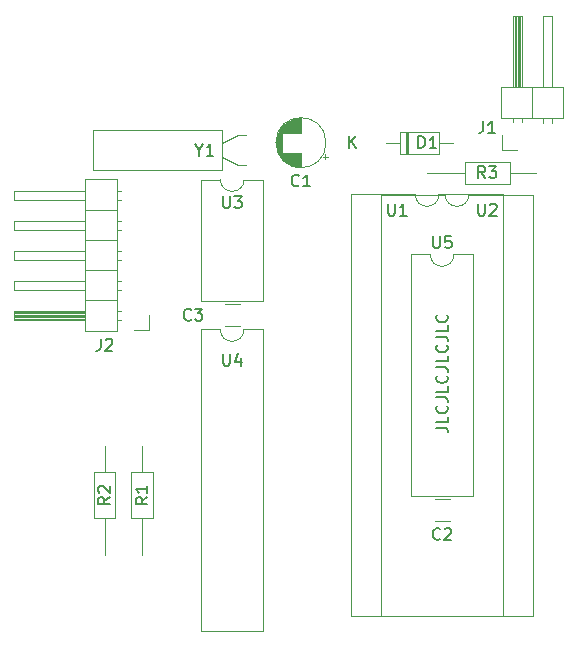
<source format=gbr>
%TF.GenerationSoftware,KiCad,Pcbnew,7.0.10+1*%
%TF.CreationDate,2024-01-27T15:27:29+01:00*%
%TF.ProjectId,QL_Minerva_MK2,514c5f4d-696e-4657-9276-615f4d4b322e,0.0*%
%TF.SameCoordinates,Original*%
%TF.FileFunction,Legend,Top*%
%TF.FilePolarity,Positive*%
%FSLAX46Y46*%
G04 Gerber Fmt 4.6, Leading zero omitted, Abs format (unit mm)*
G04 Created by KiCad (PCBNEW 7.0.10+1) date 2024-01-27 15:27:29*
%MOMM*%
%LPD*%
G01*
G04 APERTURE LIST*
%ADD10C,0.150000*%
%ADD11C,0.120000*%
G04 APERTURE END LIST*
D10*
X87769819Y-83197506D02*
X88484104Y-83197506D01*
X88484104Y-83197506D02*
X88626961Y-83245125D01*
X88626961Y-83245125D02*
X88722200Y-83340363D01*
X88722200Y-83340363D02*
X88769819Y-83483220D01*
X88769819Y-83483220D02*
X88769819Y-83578458D01*
X88769819Y-82245125D02*
X88769819Y-82721315D01*
X88769819Y-82721315D02*
X87769819Y-82721315D01*
X88674580Y-81340363D02*
X88722200Y-81387982D01*
X88722200Y-81387982D02*
X88769819Y-81530839D01*
X88769819Y-81530839D02*
X88769819Y-81626077D01*
X88769819Y-81626077D02*
X88722200Y-81768934D01*
X88722200Y-81768934D02*
X88626961Y-81864172D01*
X88626961Y-81864172D02*
X88531723Y-81911791D01*
X88531723Y-81911791D02*
X88341247Y-81959410D01*
X88341247Y-81959410D02*
X88198390Y-81959410D01*
X88198390Y-81959410D02*
X88007914Y-81911791D01*
X88007914Y-81911791D02*
X87912676Y-81864172D01*
X87912676Y-81864172D02*
X87817438Y-81768934D01*
X87817438Y-81768934D02*
X87769819Y-81626077D01*
X87769819Y-81626077D02*
X87769819Y-81530839D01*
X87769819Y-81530839D02*
X87817438Y-81387982D01*
X87817438Y-81387982D02*
X87865057Y-81340363D01*
X87769819Y-80626077D02*
X88484104Y-80626077D01*
X88484104Y-80626077D02*
X88626961Y-80673696D01*
X88626961Y-80673696D02*
X88722200Y-80768934D01*
X88722200Y-80768934D02*
X88769819Y-80911791D01*
X88769819Y-80911791D02*
X88769819Y-81007029D01*
X88769819Y-79673696D02*
X88769819Y-80149886D01*
X88769819Y-80149886D02*
X87769819Y-80149886D01*
X88674580Y-78768934D02*
X88722200Y-78816553D01*
X88722200Y-78816553D02*
X88769819Y-78959410D01*
X88769819Y-78959410D02*
X88769819Y-79054648D01*
X88769819Y-79054648D02*
X88722200Y-79197505D01*
X88722200Y-79197505D02*
X88626961Y-79292743D01*
X88626961Y-79292743D02*
X88531723Y-79340362D01*
X88531723Y-79340362D02*
X88341247Y-79387981D01*
X88341247Y-79387981D02*
X88198390Y-79387981D01*
X88198390Y-79387981D02*
X88007914Y-79340362D01*
X88007914Y-79340362D02*
X87912676Y-79292743D01*
X87912676Y-79292743D02*
X87817438Y-79197505D01*
X87817438Y-79197505D02*
X87769819Y-79054648D01*
X87769819Y-79054648D02*
X87769819Y-78959410D01*
X87769819Y-78959410D02*
X87817438Y-78816553D01*
X87817438Y-78816553D02*
X87865057Y-78768934D01*
X87769819Y-78054648D02*
X88484104Y-78054648D01*
X88484104Y-78054648D02*
X88626961Y-78102267D01*
X88626961Y-78102267D02*
X88722200Y-78197505D01*
X88722200Y-78197505D02*
X88769819Y-78340362D01*
X88769819Y-78340362D02*
X88769819Y-78435600D01*
X88769819Y-77102267D02*
X88769819Y-77578457D01*
X88769819Y-77578457D02*
X87769819Y-77578457D01*
X88674580Y-76197505D02*
X88722200Y-76245124D01*
X88722200Y-76245124D02*
X88769819Y-76387981D01*
X88769819Y-76387981D02*
X88769819Y-76483219D01*
X88769819Y-76483219D02*
X88722200Y-76626076D01*
X88722200Y-76626076D02*
X88626961Y-76721314D01*
X88626961Y-76721314D02*
X88531723Y-76768933D01*
X88531723Y-76768933D02*
X88341247Y-76816552D01*
X88341247Y-76816552D02*
X88198390Y-76816552D01*
X88198390Y-76816552D02*
X88007914Y-76768933D01*
X88007914Y-76768933D02*
X87912676Y-76721314D01*
X87912676Y-76721314D02*
X87817438Y-76626076D01*
X87817438Y-76626076D02*
X87769819Y-76483219D01*
X87769819Y-76483219D02*
X87769819Y-76387981D01*
X87769819Y-76387981D02*
X87817438Y-76245124D01*
X87817438Y-76245124D02*
X87865057Y-76197505D01*
X87769819Y-75483219D02*
X88484104Y-75483219D01*
X88484104Y-75483219D02*
X88626961Y-75530838D01*
X88626961Y-75530838D02*
X88722200Y-75626076D01*
X88722200Y-75626076D02*
X88769819Y-75768933D01*
X88769819Y-75768933D02*
X88769819Y-75864171D01*
X88769819Y-74530838D02*
X88769819Y-75007028D01*
X88769819Y-75007028D02*
X87769819Y-75007028D01*
X88674580Y-73626076D02*
X88722200Y-73673695D01*
X88722200Y-73673695D02*
X88769819Y-73816552D01*
X88769819Y-73816552D02*
X88769819Y-73911790D01*
X88769819Y-73911790D02*
X88722200Y-74054647D01*
X88722200Y-74054647D02*
X88626961Y-74149885D01*
X88626961Y-74149885D02*
X88531723Y-74197504D01*
X88531723Y-74197504D02*
X88341247Y-74245123D01*
X88341247Y-74245123D02*
X88198390Y-74245123D01*
X88198390Y-74245123D02*
X88007914Y-74197504D01*
X88007914Y-74197504D02*
X87912676Y-74149885D01*
X87912676Y-74149885D02*
X87817438Y-74054647D01*
X87817438Y-74054647D02*
X87769819Y-73911790D01*
X87769819Y-73911790D02*
X87769819Y-73816552D01*
X87769819Y-73816552D02*
X87817438Y-73673695D01*
X87817438Y-73673695D02*
X87865057Y-73626076D01*
X67016333Y-74019580D02*
X66968714Y-74067200D01*
X66968714Y-74067200D02*
X66825857Y-74114819D01*
X66825857Y-74114819D02*
X66730619Y-74114819D01*
X66730619Y-74114819D02*
X66587762Y-74067200D01*
X66587762Y-74067200D02*
X66492524Y-73971961D01*
X66492524Y-73971961D02*
X66444905Y-73876723D01*
X66444905Y-73876723D02*
X66397286Y-73686247D01*
X66397286Y-73686247D02*
X66397286Y-73543390D01*
X66397286Y-73543390D02*
X66444905Y-73352914D01*
X66444905Y-73352914D02*
X66492524Y-73257676D01*
X66492524Y-73257676D02*
X66587762Y-73162438D01*
X66587762Y-73162438D02*
X66730619Y-73114819D01*
X66730619Y-73114819D02*
X66825857Y-73114819D01*
X66825857Y-73114819D02*
X66968714Y-73162438D01*
X66968714Y-73162438D02*
X67016333Y-73210057D01*
X67349667Y-73114819D02*
X67968714Y-73114819D01*
X67968714Y-73114819D02*
X67635381Y-73495771D01*
X67635381Y-73495771D02*
X67778238Y-73495771D01*
X67778238Y-73495771D02*
X67873476Y-73543390D01*
X67873476Y-73543390D02*
X67921095Y-73591009D01*
X67921095Y-73591009D02*
X67968714Y-73686247D01*
X67968714Y-73686247D02*
X67968714Y-73924342D01*
X67968714Y-73924342D02*
X67921095Y-74019580D01*
X67921095Y-74019580D02*
X67873476Y-74067200D01*
X67873476Y-74067200D02*
X67778238Y-74114819D01*
X67778238Y-74114819D02*
X67492524Y-74114819D01*
X67492524Y-74114819D02*
X67397286Y-74067200D01*
X67397286Y-74067200D02*
X67349667Y-74019580D01*
X67703809Y-59668628D02*
X67703809Y-60144819D01*
X67370476Y-59144819D02*
X67703809Y-59668628D01*
X67703809Y-59668628D02*
X68037142Y-59144819D01*
X68894285Y-60144819D02*
X68322857Y-60144819D01*
X68608571Y-60144819D02*
X68608571Y-59144819D01*
X68608571Y-59144819D02*
X68513333Y-59287676D01*
X68513333Y-59287676D02*
X68418095Y-59382914D01*
X68418095Y-59382914D02*
X68322857Y-59430533D01*
X69723095Y-76924819D02*
X69723095Y-77734342D01*
X69723095Y-77734342D02*
X69770714Y-77829580D01*
X69770714Y-77829580D02*
X69818333Y-77877200D01*
X69818333Y-77877200D02*
X69913571Y-77924819D01*
X69913571Y-77924819D02*
X70104047Y-77924819D01*
X70104047Y-77924819D02*
X70199285Y-77877200D01*
X70199285Y-77877200D02*
X70246904Y-77829580D01*
X70246904Y-77829580D02*
X70294523Y-77734342D01*
X70294523Y-77734342D02*
X70294523Y-76924819D01*
X71199285Y-77258152D02*
X71199285Y-77924819D01*
X70961190Y-76877200D02*
X70723095Y-77591485D01*
X70723095Y-77591485D02*
X71342142Y-77591485D01*
X59356666Y-75654819D02*
X59356666Y-76369104D01*
X59356666Y-76369104D02*
X59309047Y-76511961D01*
X59309047Y-76511961D02*
X59213809Y-76607200D01*
X59213809Y-76607200D02*
X59070952Y-76654819D01*
X59070952Y-76654819D02*
X58975714Y-76654819D01*
X59785238Y-75750057D02*
X59832857Y-75702438D01*
X59832857Y-75702438D02*
X59928095Y-75654819D01*
X59928095Y-75654819D02*
X60166190Y-75654819D01*
X60166190Y-75654819D02*
X60261428Y-75702438D01*
X60261428Y-75702438D02*
X60309047Y-75750057D01*
X60309047Y-75750057D02*
X60356666Y-75845295D01*
X60356666Y-75845295D02*
X60356666Y-75940533D01*
X60356666Y-75940533D02*
X60309047Y-76083390D01*
X60309047Y-76083390D02*
X59737619Y-76654819D01*
X59737619Y-76654819D02*
X60356666Y-76654819D01*
X91313095Y-64224819D02*
X91313095Y-65034342D01*
X91313095Y-65034342D02*
X91360714Y-65129580D01*
X91360714Y-65129580D02*
X91408333Y-65177200D01*
X91408333Y-65177200D02*
X91503571Y-65224819D01*
X91503571Y-65224819D02*
X91694047Y-65224819D01*
X91694047Y-65224819D02*
X91789285Y-65177200D01*
X91789285Y-65177200D02*
X91836904Y-65129580D01*
X91836904Y-65129580D02*
X91884523Y-65034342D01*
X91884523Y-65034342D02*
X91884523Y-64224819D01*
X92313095Y-64320057D02*
X92360714Y-64272438D01*
X92360714Y-64272438D02*
X92455952Y-64224819D01*
X92455952Y-64224819D02*
X92694047Y-64224819D01*
X92694047Y-64224819D02*
X92789285Y-64272438D01*
X92789285Y-64272438D02*
X92836904Y-64320057D01*
X92836904Y-64320057D02*
X92884523Y-64415295D01*
X92884523Y-64415295D02*
X92884523Y-64510533D01*
X92884523Y-64510533D02*
X92836904Y-64653390D01*
X92836904Y-64653390D02*
X92265476Y-65224819D01*
X92265476Y-65224819D02*
X92884523Y-65224819D01*
X87503095Y-66974819D02*
X87503095Y-67784342D01*
X87503095Y-67784342D02*
X87550714Y-67879580D01*
X87550714Y-67879580D02*
X87598333Y-67927200D01*
X87598333Y-67927200D02*
X87693571Y-67974819D01*
X87693571Y-67974819D02*
X87884047Y-67974819D01*
X87884047Y-67974819D02*
X87979285Y-67927200D01*
X87979285Y-67927200D02*
X88026904Y-67879580D01*
X88026904Y-67879580D02*
X88074523Y-67784342D01*
X88074523Y-67784342D02*
X88074523Y-66974819D01*
X89026904Y-66974819D02*
X88550714Y-66974819D01*
X88550714Y-66974819D02*
X88503095Y-67451009D01*
X88503095Y-67451009D02*
X88550714Y-67403390D01*
X88550714Y-67403390D02*
X88645952Y-67355771D01*
X88645952Y-67355771D02*
X88884047Y-67355771D01*
X88884047Y-67355771D02*
X88979285Y-67403390D01*
X88979285Y-67403390D02*
X89026904Y-67451009D01*
X89026904Y-67451009D02*
X89074523Y-67546247D01*
X89074523Y-67546247D02*
X89074523Y-67784342D01*
X89074523Y-67784342D02*
X89026904Y-67879580D01*
X89026904Y-67879580D02*
X88979285Y-67927200D01*
X88979285Y-67927200D02*
X88884047Y-67974819D01*
X88884047Y-67974819D02*
X88645952Y-67974819D01*
X88645952Y-67974819D02*
X88550714Y-67927200D01*
X88550714Y-67927200D02*
X88503095Y-67879580D01*
X91741666Y-57239819D02*
X91741666Y-57954104D01*
X91741666Y-57954104D02*
X91694047Y-58096961D01*
X91694047Y-58096961D02*
X91598809Y-58192200D01*
X91598809Y-58192200D02*
X91455952Y-58239819D01*
X91455952Y-58239819D02*
X91360714Y-58239819D01*
X92741666Y-58239819D02*
X92170238Y-58239819D01*
X92455952Y-58239819D02*
X92455952Y-57239819D01*
X92455952Y-57239819D02*
X92360714Y-57382676D01*
X92360714Y-57382676D02*
X92265476Y-57477914D01*
X92265476Y-57477914D02*
X92170238Y-57525533D01*
X69723095Y-63589819D02*
X69723095Y-64399342D01*
X69723095Y-64399342D02*
X69770714Y-64494580D01*
X69770714Y-64494580D02*
X69818333Y-64542200D01*
X69818333Y-64542200D02*
X69913571Y-64589819D01*
X69913571Y-64589819D02*
X70104047Y-64589819D01*
X70104047Y-64589819D02*
X70199285Y-64542200D01*
X70199285Y-64542200D02*
X70246904Y-64494580D01*
X70246904Y-64494580D02*
X70294523Y-64399342D01*
X70294523Y-64399342D02*
X70294523Y-63589819D01*
X70675476Y-63589819D02*
X71294523Y-63589819D01*
X71294523Y-63589819D02*
X70961190Y-63970771D01*
X70961190Y-63970771D02*
X71104047Y-63970771D01*
X71104047Y-63970771D02*
X71199285Y-64018390D01*
X71199285Y-64018390D02*
X71246904Y-64066009D01*
X71246904Y-64066009D02*
X71294523Y-64161247D01*
X71294523Y-64161247D02*
X71294523Y-64399342D01*
X71294523Y-64399342D02*
X71246904Y-64494580D01*
X71246904Y-64494580D02*
X71199285Y-64542200D01*
X71199285Y-64542200D02*
X71104047Y-64589819D01*
X71104047Y-64589819D02*
X70818333Y-64589819D01*
X70818333Y-64589819D02*
X70723095Y-64542200D01*
X70723095Y-64542200D02*
X70675476Y-64494580D01*
X83693095Y-64224819D02*
X83693095Y-65034342D01*
X83693095Y-65034342D02*
X83740714Y-65129580D01*
X83740714Y-65129580D02*
X83788333Y-65177200D01*
X83788333Y-65177200D02*
X83883571Y-65224819D01*
X83883571Y-65224819D02*
X84074047Y-65224819D01*
X84074047Y-65224819D02*
X84169285Y-65177200D01*
X84169285Y-65177200D02*
X84216904Y-65129580D01*
X84216904Y-65129580D02*
X84264523Y-65034342D01*
X84264523Y-65034342D02*
X84264523Y-64224819D01*
X85264523Y-65224819D02*
X84693095Y-65224819D01*
X84978809Y-65224819D02*
X84978809Y-64224819D01*
X84978809Y-64224819D02*
X84883571Y-64367676D01*
X84883571Y-64367676D02*
X84788333Y-64462914D01*
X84788333Y-64462914D02*
X84693095Y-64510533D01*
X60144819Y-89066666D02*
X59668628Y-89399999D01*
X60144819Y-89638094D02*
X59144819Y-89638094D01*
X59144819Y-89638094D02*
X59144819Y-89257142D01*
X59144819Y-89257142D02*
X59192438Y-89161904D01*
X59192438Y-89161904D02*
X59240057Y-89114285D01*
X59240057Y-89114285D02*
X59335295Y-89066666D01*
X59335295Y-89066666D02*
X59478152Y-89066666D01*
X59478152Y-89066666D02*
X59573390Y-89114285D01*
X59573390Y-89114285D02*
X59621009Y-89161904D01*
X59621009Y-89161904D02*
X59668628Y-89257142D01*
X59668628Y-89257142D02*
X59668628Y-89638094D01*
X59240057Y-88685713D02*
X59192438Y-88638094D01*
X59192438Y-88638094D02*
X59144819Y-88542856D01*
X59144819Y-88542856D02*
X59144819Y-88304761D01*
X59144819Y-88304761D02*
X59192438Y-88209523D01*
X59192438Y-88209523D02*
X59240057Y-88161904D01*
X59240057Y-88161904D02*
X59335295Y-88114285D01*
X59335295Y-88114285D02*
X59430533Y-88114285D01*
X59430533Y-88114285D02*
X59573390Y-88161904D01*
X59573390Y-88161904D02*
X60144819Y-88733332D01*
X60144819Y-88733332D02*
X60144819Y-88114285D01*
X88098333Y-92579580D02*
X88050714Y-92627200D01*
X88050714Y-92627200D02*
X87907857Y-92674819D01*
X87907857Y-92674819D02*
X87812619Y-92674819D01*
X87812619Y-92674819D02*
X87669762Y-92627200D01*
X87669762Y-92627200D02*
X87574524Y-92531961D01*
X87574524Y-92531961D02*
X87526905Y-92436723D01*
X87526905Y-92436723D02*
X87479286Y-92246247D01*
X87479286Y-92246247D02*
X87479286Y-92103390D01*
X87479286Y-92103390D02*
X87526905Y-91912914D01*
X87526905Y-91912914D02*
X87574524Y-91817676D01*
X87574524Y-91817676D02*
X87669762Y-91722438D01*
X87669762Y-91722438D02*
X87812619Y-91674819D01*
X87812619Y-91674819D02*
X87907857Y-91674819D01*
X87907857Y-91674819D02*
X88050714Y-91722438D01*
X88050714Y-91722438D02*
X88098333Y-91770057D01*
X88479286Y-91770057D02*
X88526905Y-91722438D01*
X88526905Y-91722438D02*
X88622143Y-91674819D01*
X88622143Y-91674819D02*
X88860238Y-91674819D01*
X88860238Y-91674819D02*
X88955476Y-91722438D01*
X88955476Y-91722438D02*
X89003095Y-91770057D01*
X89003095Y-91770057D02*
X89050714Y-91865295D01*
X89050714Y-91865295D02*
X89050714Y-91960533D01*
X89050714Y-91960533D02*
X89003095Y-92103390D01*
X89003095Y-92103390D02*
X88431667Y-92674819D01*
X88431667Y-92674819D02*
X89050714Y-92674819D01*
X63319819Y-89066666D02*
X62843628Y-89399999D01*
X63319819Y-89638094D02*
X62319819Y-89638094D01*
X62319819Y-89638094D02*
X62319819Y-89257142D01*
X62319819Y-89257142D02*
X62367438Y-89161904D01*
X62367438Y-89161904D02*
X62415057Y-89114285D01*
X62415057Y-89114285D02*
X62510295Y-89066666D01*
X62510295Y-89066666D02*
X62653152Y-89066666D01*
X62653152Y-89066666D02*
X62748390Y-89114285D01*
X62748390Y-89114285D02*
X62796009Y-89161904D01*
X62796009Y-89161904D02*
X62843628Y-89257142D01*
X62843628Y-89257142D02*
X62843628Y-89638094D01*
X63319819Y-88114285D02*
X63319819Y-88685713D01*
X63319819Y-88399999D02*
X62319819Y-88399999D01*
X62319819Y-88399999D02*
X62462676Y-88495237D01*
X62462676Y-88495237D02*
X62557914Y-88590475D01*
X62557914Y-88590475D02*
X62605533Y-88685713D01*
X76148333Y-62664580D02*
X76100714Y-62712200D01*
X76100714Y-62712200D02*
X75957857Y-62759819D01*
X75957857Y-62759819D02*
X75862619Y-62759819D01*
X75862619Y-62759819D02*
X75719762Y-62712200D01*
X75719762Y-62712200D02*
X75624524Y-62616961D01*
X75624524Y-62616961D02*
X75576905Y-62521723D01*
X75576905Y-62521723D02*
X75529286Y-62331247D01*
X75529286Y-62331247D02*
X75529286Y-62188390D01*
X75529286Y-62188390D02*
X75576905Y-61997914D01*
X75576905Y-61997914D02*
X75624524Y-61902676D01*
X75624524Y-61902676D02*
X75719762Y-61807438D01*
X75719762Y-61807438D02*
X75862619Y-61759819D01*
X75862619Y-61759819D02*
X75957857Y-61759819D01*
X75957857Y-61759819D02*
X76100714Y-61807438D01*
X76100714Y-61807438D02*
X76148333Y-61855057D01*
X77100714Y-62759819D02*
X76529286Y-62759819D01*
X76815000Y-62759819D02*
X76815000Y-61759819D01*
X76815000Y-61759819D02*
X76719762Y-61902676D01*
X76719762Y-61902676D02*
X76624524Y-61997914D01*
X76624524Y-61997914D02*
X76529286Y-62045533D01*
X91908333Y-62049819D02*
X91575000Y-61573628D01*
X91336905Y-62049819D02*
X91336905Y-61049819D01*
X91336905Y-61049819D02*
X91717857Y-61049819D01*
X91717857Y-61049819D02*
X91813095Y-61097438D01*
X91813095Y-61097438D02*
X91860714Y-61145057D01*
X91860714Y-61145057D02*
X91908333Y-61240295D01*
X91908333Y-61240295D02*
X91908333Y-61383152D01*
X91908333Y-61383152D02*
X91860714Y-61478390D01*
X91860714Y-61478390D02*
X91813095Y-61526009D01*
X91813095Y-61526009D02*
X91717857Y-61573628D01*
X91717857Y-61573628D02*
X91336905Y-61573628D01*
X92241667Y-61049819D02*
X92860714Y-61049819D01*
X92860714Y-61049819D02*
X92527381Y-61430771D01*
X92527381Y-61430771D02*
X92670238Y-61430771D01*
X92670238Y-61430771D02*
X92765476Y-61478390D01*
X92765476Y-61478390D02*
X92813095Y-61526009D01*
X92813095Y-61526009D02*
X92860714Y-61621247D01*
X92860714Y-61621247D02*
X92860714Y-61859342D01*
X92860714Y-61859342D02*
X92813095Y-61954580D01*
X92813095Y-61954580D02*
X92765476Y-62002200D01*
X92765476Y-62002200D02*
X92670238Y-62049819D01*
X92670238Y-62049819D02*
X92384524Y-62049819D01*
X92384524Y-62049819D02*
X92289286Y-62002200D01*
X92289286Y-62002200D02*
X92241667Y-61954580D01*
X86256905Y-59509819D02*
X86256905Y-58509819D01*
X86256905Y-58509819D02*
X86495000Y-58509819D01*
X86495000Y-58509819D02*
X86637857Y-58557438D01*
X86637857Y-58557438D02*
X86733095Y-58652676D01*
X86733095Y-58652676D02*
X86780714Y-58747914D01*
X86780714Y-58747914D02*
X86828333Y-58938390D01*
X86828333Y-58938390D02*
X86828333Y-59081247D01*
X86828333Y-59081247D02*
X86780714Y-59271723D01*
X86780714Y-59271723D02*
X86733095Y-59366961D01*
X86733095Y-59366961D02*
X86637857Y-59462200D01*
X86637857Y-59462200D02*
X86495000Y-59509819D01*
X86495000Y-59509819D02*
X86256905Y-59509819D01*
X87780714Y-59509819D02*
X87209286Y-59509819D01*
X87495000Y-59509819D02*
X87495000Y-58509819D01*
X87495000Y-58509819D02*
X87399762Y-58652676D01*
X87399762Y-58652676D02*
X87304524Y-58747914D01*
X87304524Y-58747914D02*
X87209286Y-58795533D01*
X80383095Y-59509819D02*
X80383095Y-58509819D01*
X80954523Y-59509819D02*
X80525952Y-58938390D01*
X80954523Y-58509819D02*
X80383095Y-59081247D01*
D11*
%TO.C,C3*%
X71134000Y-74580000D02*
X69876000Y-74580000D01*
X71134000Y-72740000D02*
X69876000Y-72740000D01*
%TO.C,Y1*%
X69590000Y-57960000D02*
X58690000Y-57960000D01*
X58690000Y-57960000D02*
X58690000Y-61360000D01*
X70990000Y-58390000D02*
X71690000Y-58390000D01*
X69590000Y-59060000D02*
X70990000Y-58390000D01*
X69590000Y-60260000D02*
X70990000Y-60930000D01*
X70990000Y-60930000D02*
X71690000Y-60930000D01*
X69590000Y-61360000D02*
X69590000Y-57960000D01*
X58690000Y-61360000D02*
X69590000Y-61360000D01*
%TO.C,U4*%
X67835000Y-74870000D02*
X67835000Y-100390000D01*
X67835000Y-100390000D02*
X73135000Y-100390000D01*
X69485000Y-74870000D02*
X67835000Y-74870000D01*
X73135000Y-74870000D02*
X71485000Y-74870000D01*
X73135000Y-100390000D02*
X73135000Y-74870000D01*
X69485000Y-74870000D02*
G75*
G03*
X71485000Y-74870000I1000000J0D01*
G01*
%TO.C,J2*%
X63430000Y-74925000D02*
X62160000Y-74925000D01*
X63430000Y-73655000D02*
X63430000Y-74925000D01*
X61117071Y-71495000D02*
X60720000Y-71495000D01*
X61117071Y-70735000D02*
X60720000Y-70735000D01*
X61117071Y-68955000D02*
X60720000Y-68955000D01*
X61117071Y-68195000D02*
X60720000Y-68195000D01*
X61117071Y-66415000D02*
X60720000Y-66415000D01*
X61117071Y-65655000D02*
X60720000Y-65655000D01*
X61117071Y-63875000D02*
X60720000Y-63875000D01*
X61117071Y-63115000D02*
X60720000Y-63115000D01*
X61050000Y-74035000D02*
X60720000Y-74035000D01*
X61050000Y-73275000D02*
X60720000Y-73275000D01*
X60720000Y-74985000D02*
X60720000Y-62165000D01*
X60720000Y-72385000D02*
X58060000Y-72385000D01*
X60720000Y-69845000D02*
X58060000Y-69845000D01*
X60720000Y-67305000D02*
X58060000Y-67305000D01*
X60720000Y-64765000D02*
X58060000Y-64765000D01*
X60720000Y-62165000D02*
X58060000Y-62165000D01*
X58060000Y-74985000D02*
X60720000Y-74985000D01*
X58060000Y-74035000D02*
X52060000Y-74035000D01*
X58060000Y-73975000D02*
X52060000Y-73975000D01*
X58060000Y-73855000D02*
X52060000Y-73855000D01*
X58060000Y-73735000D02*
X52060000Y-73735000D01*
X58060000Y-73615000D02*
X52060000Y-73615000D01*
X58060000Y-73495000D02*
X52060000Y-73495000D01*
X58060000Y-73375000D02*
X52060000Y-73375000D01*
X58060000Y-71495000D02*
X52060000Y-71495000D01*
X58060000Y-68955000D02*
X52060000Y-68955000D01*
X58060000Y-66415000D02*
X52060000Y-66415000D01*
X58060000Y-63875000D02*
X52060000Y-63875000D01*
X58060000Y-62165000D02*
X58060000Y-74985000D01*
X52060000Y-74035000D02*
X52060000Y-73275000D01*
X52060000Y-73275000D02*
X58060000Y-73275000D01*
X52060000Y-71495000D02*
X52060000Y-70735000D01*
X52060000Y-70735000D02*
X58060000Y-70735000D01*
X52060000Y-68955000D02*
X52060000Y-68195000D01*
X52060000Y-68195000D02*
X58060000Y-68195000D01*
X52060000Y-66415000D02*
X52060000Y-65655000D01*
X52060000Y-65655000D02*
X58060000Y-65655000D01*
X52060000Y-63875000D02*
X52060000Y-63115000D01*
X52060000Y-63115000D02*
X58060000Y-63115000D01*
%TO.C,U2*%
X83070000Y-63450000D02*
X83070000Y-99130000D01*
X83070000Y-99130000D02*
X95990000Y-99130000D01*
X88530000Y-63450000D02*
X83070000Y-63450000D01*
X95990000Y-63450000D02*
X90530000Y-63450000D01*
X95990000Y-99130000D02*
X95990000Y-63450000D01*
X88530000Y-63450000D02*
G75*
G03*
X90530000Y-63450000I1000000J0D01*
G01*
%TO.C,U5*%
X85615000Y-68520000D02*
X85615000Y-88960000D01*
X85615000Y-88960000D02*
X90915000Y-88960000D01*
X87265000Y-68520000D02*
X85615000Y-68520000D01*
X90915000Y-68520000D02*
X89265000Y-68520000D01*
X90915000Y-88960000D02*
X90915000Y-68520000D01*
X87265000Y-68520000D02*
G75*
G03*
X89265000Y-68520000I1000000J0D01*
G01*
%TO.C,J1*%
X93345000Y-59690000D02*
X93345000Y-58420000D01*
X94615000Y-59690000D02*
X93345000Y-59690000D01*
X96775000Y-57377071D02*
X96775000Y-56980000D01*
X97535000Y-57377071D02*
X97535000Y-56980000D01*
X94235000Y-57310000D02*
X94235000Y-56980000D01*
X94995000Y-57310000D02*
X94995000Y-56980000D01*
X93285000Y-56980000D02*
X98485000Y-56980000D01*
X95885000Y-56980000D02*
X95885000Y-54320000D01*
X98485000Y-56980000D02*
X98485000Y-54320000D01*
X93285000Y-54320000D02*
X93285000Y-56980000D01*
X94235000Y-54320000D02*
X94235000Y-48320000D01*
X94295000Y-54320000D02*
X94295000Y-48320000D01*
X94415000Y-54320000D02*
X94415000Y-48320000D01*
X94535000Y-54320000D02*
X94535000Y-48320000D01*
X94655000Y-54320000D02*
X94655000Y-48320000D01*
X94775000Y-54320000D02*
X94775000Y-48320000D01*
X94895000Y-54320000D02*
X94895000Y-48320000D01*
X96775000Y-54320000D02*
X96775000Y-48320000D01*
X98485000Y-54320000D02*
X93285000Y-54320000D01*
X94235000Y-48320000D02*
X94995000Y-48320000D01*
X94995000Y-48320000D02*
X94995000Y-54320000D01*
X96775000Y-48320000D02*
X97535000Y-48320000D01*
X97535000Y-48320000D02*
X97535000Y-54320000D01*
%TO.C,U3*%
X69495000Y-62180000D02*
G75*
G03*
X71495000Y-62180000I1000000J0D01*
G01*
X73145000Y-72460000D02*
X73145000Y-62180000D01*
X73145000Y-62180000D02*
X71495000Y-62180000D01*
X69495000Y-62180000D02*
X67845000Y-62180000D01*
X67845000Y-72460000D02*
X73145000Y-72460000D01*
X67845000Y-62180000D02*
X67845000Y-72460000D01*
%TO.C,U1*%
X80535000Y-63440000D02*
X80535000Y-99120000D01*
X80535000Y-99120000D02*
X93455000Y-99120000D01*
X85995000Y-63440000D02*
X80535000Y-63440000D01*
X93455000Y-63440000D02*
X87995000Y-63440000D01*
X93455000Y-99120000D02*
X93455000Y-63440000D01*
X85995000Y-63440000D02*
G75*
G03*
X87995000Y-63440000I1000000J0D01*
G01*
%TO.C,R2*%
X59690000Y-93980000D02*
X59690000Y-90798000D01*
X58770000Y-90798000D02*
X60610000Y-90798000D01*
X60610000Y-90798000D02*
X60610000Y-86958000D01*
X58770000Y-86958000D02*
X58770000Y-90798000D01*
X60610000Y-86958000D02*
X58770000Y-86958000D01*
X59690000Y-84760000D02*
X59690000Y-86958000D01*
%TO.C,C2*%
X88894000Y-91090000D02*
X87636000Y-91090000D01*
X88894000Y-89250000D02*
X87636000Y-89250000D01*
%TO.C,R1*%
X62865000Y-93980000D02*
X62865000Y-90798000D01*
X61945000Y-90798000D02*
X63785000Y-90798000D01*
X63785000Y-90798000D02*
X63785000Y-86958000D01*
X61945000Y-86958000D02*
X61945000Y-90798000D01*
X63785000Y-86958000D02*
X61945000Y-86958000D01*
X62865000Y-84760000D02*
X62865000Y-86958000D01*
%TO.C,C1*%
X78584801Y-60250000D02*
X78184801Y-60250000D01*
X78384801Y-60450000D02*
X78384801Y-60050000D01*
X76315000Y-61135000D02*
X76315000Y-59895000D01*
X76315000Y-58215000D02*
X76315000Y-56975000D01*
X76275000Y-61135000D02*
X76275000Y-59895000D01*
X76275000Y-58215000D02*
X76275000Y-56975000D01*
X76235000Y-61134000D02*
X76235000Y-59895000D01*
X76235000Y-58215000D02*
X76235000Y-56976000D01*
X76195000Y-61132000D02*
X76195000Y-59895000D01*
X76195000Y-58215000D02*
X76195000Y-56978000D01*
X76155000Y-61129000D02*
X76155000Y-59895000D01*
X76155000Y-58215000D02*
X76155000Y-56981000D01*
X76115000Y-61126000D02*
X76115000Y-59895000D01*
X76115000Y-58215000D02*
X76115000Y-56984000D01*
X76075000Y-61122000D02*
X76075000Y-59895000D01*
X76075000Y-58215000D02*
X76075000Y-56988000D01*
X76035000Y-61117000D02*
X76035000Y-59895000D01*
X76035000Y-58215000D02*
X76035000Y-56993000D01*
X75995000Y-61111000D02*
X75995000Y-59895000D01*
X75995000Y-58215000D02*
X75995000Y-56999000D01*
X75955000Y-61105000D02*
X75955000Y-59895000D01*
X75955000Y-58215000D02*
X75955000Y-57005000D01*
X75915000Y-61097000D02*
X75915000Y-59895000D01*
X75915000Y-58215000D02*
X75915000Y-57013000D01*
X75875000Y-61089000D02*
X75875000Y-59895000D01*
X75875000Y-58215000D02*
X75875000Y-57021000D01*
X75835000Y-61080000D02*
X75835000Y-59895000D01*
X75835000Y-58215000D02*
X75835000Y-57030000D01*
X75795000Y-61071000D02*
X75795000Y-59895000D01*
X75795000Y-58215000D02*
X75795000Y-57039000D01*
X75755000Y-61060000D02*
X75755000Y-59895000D01*
X75755000Y-58215000D02*
X75755000Y-57050000D01*
X75715000Y-61049000D02*
X75715000Y-59895000D01*
X75715000Y-58215000D02*
X75715000Y-57061000D01*
X75675000Y-61037000D02*
X75675000Y-59895000D01*
X75675000Y-58215000D02*
X75675000Y-57073000D01*
X75635000Y-61023000D02*
X75635000Y-59895000D01*
X75635000Y-58215000D02*
X75635000Y-57087000D01*
X75594000Y-61009000D02*
X75594000Y-59895000D01*
X75594000Y-58215000D02*
X75594000Y-57101000D01*
X75554000Y-60995000D02*
X75554000Y-59895000D01*
X75554000Y-58215000D02*
X75554000Y-57115000D01*
X75514000Y-60979000D02*
X75514000Y-59895000D01*
X75514000Y-58215000D02*
X75514000Y-57131000D01*
X75474000Y-60962000D02*
X75474000Y-59895000D01*
X75474000Y-58215000D02*
X75474000Y-57148000D01*
X75434000Y-60944000D02*
X75434000Y-59895000D01*
X75434000Y-58215000D02*
X75434000Y-57166000D01*
X75394000Y-60925000D02*
X75394000Y-59895000D01*
X75394000Y-58215000D02*
X75394000Y-57185000D01*
X75354000Y-60906000D02*
X75354000Y-59895000D01*
X75354000Y-58215000D02*
X75354000Y-57204000D01*
X75314000Y-60885000D02*
X75314000Y-59895000D01*
X75314000Y-58215000D02*
X75314000Y-57225000D01*
X75274000Y-60863000D02*
X75274000Y-59895000D01*
X75274000Y-58215000D02*
X75274000Y-57247000D01*
X75234000Y-60840000D02*
X75234000Y-59895000D01*
X75234000Y-58215000D02*
X75234000Y-57270000D01*
X75194000Y-60815000D02*
X75194000Y-59895000D01*
X75194000Y-58215000D02*
X75194000Y-57295000D01*
X75154000Y-60790000D02*
X75154000Y-59895000D01*
X75154000Y-58215000D02*
X75154000Y-57320000D01*
X75114000Y-60763000D02*
X75114000Y-59895000D01*
X75114000Y-58215000D02*
X75114000Y-57347000D01*
X75074000Y-60735000D02*
X75074000Y-59895000D01*
X75074000Y-58215000D02*
X75074000Y-57375000D01*
X75034000Y-60705000D02*
X75034000Y-59895000D01*
X75034000Y-58215000D02*
X75034000Y-57405000D01*
X74994000Y-60674000D02*
X74994000Y-59895000D01*
X74994000Y-58215000D02*
X74994000Y-57436000D01*
X74954000Y-60642000D02*
X74954000Y-59895000D01*
X74954000Y-58215000D02*
X74954000Y-57468000D01*
X74914000Y-60607000D02*
X74914000Y-59895000D01*
X74914000Y-58215000D02*
X74914000Y-57503000D01*
X74874000Y-60571000D02*
X74874000Y-59895000D01*
X74874000Y-58215000D02*
X74874000Y-57539000D01*
X74834000Y-60533000D02*
X74834000Y-59895000D01*
X74834000Y-58215000D02*
X74834000Y-57577000D01*
X74794000Y-60493000D02*
X74794000Y-59895000D01*
X74794000Y-58215000D02*
X74794000Y-57617000D01*
X74754000Y-60451000D02*
X74754000Y-59895000D01*
X74754000Y-58215000D02*
X74754000Y-57659000D01*
X74714000Y-60406000D02*
X74714000Y-57704000D01*
X74674000Y-60359000D02*
X74674000Y-57751000D01*
X74634000Y-60309000D02*
X74634000Y-57801000D01*
X74594000Y-60255000D02*
X74594000Y-57855000D01*
X74554000Y-60197000D02*
X74554000Y-57913000D01*
X74514000Y-60135000D02*
X74514000Y-57975000D01*
X74474000Y-60068000D02*
X74474000Y-58042000D01*
X74434000Y-59995000D02*
X74434000Y-58115000D01*
X74394000Y-59914000D02*
X74394000Y-58196000D01*
X74354000Y-59823000D02*
X74354000Y-58287000D01*
X74314000Y-59719000D02*
X74314000Y-58391000D01*
X74274000Y-59592000D02*
X74274000Y-58518000D01*
X74234000Y-59425000D02*
X74234000Y-58685000D01*
X78435000Y-59055000D02*
G75*
G03*
X74195000Y-59055000I-2120000J0D01*
G01*
X74195000Y-59055000D02*
G75*
G03*
X78435000Y-59055000I2120000J0D01*
G01*
%TO.C,R3*%
X86995000Y-61595000D02*
X90177000Y-61595000D01*
X90177000Y-60675000D02*
X90177000Y-62515000D01*
X90177000Y-62515000D02*
X94017000Y-62515000D01*
X94017000Y-60675000D02*
X90177000Y-60675000D01*
X94017000Y-62515000D02*
X94017000Y-60675000D01*
X96215000Y-61595000D02*
X94017000Y-61595000D01*
%TO.C,D1*%
X83540000Y-59055000D02*
X84720000Y-59055000D01*
X84720000Y-58135000D02*
X84720000Y-59975000D01*
X84720000Y-59975000D02*
X88000000Y-59975000D01*
X85176000Y-58135000D02*
X85176000Y-59975000D01*
X85296000Y-58135000D02*
X85296000Y-59975000D01*
X85416000Y-58135000D02*
X85416000Y-59975000D01*
X88000000Y-58135000D02*
X84720000Y-58135000D01*
X88000000Y-59975000D02*
X88000000Y-58135000D01*
X89180000Y-59055000D02*
X88000000Y-59055000D01*
%TD*%
M02*

</source>
